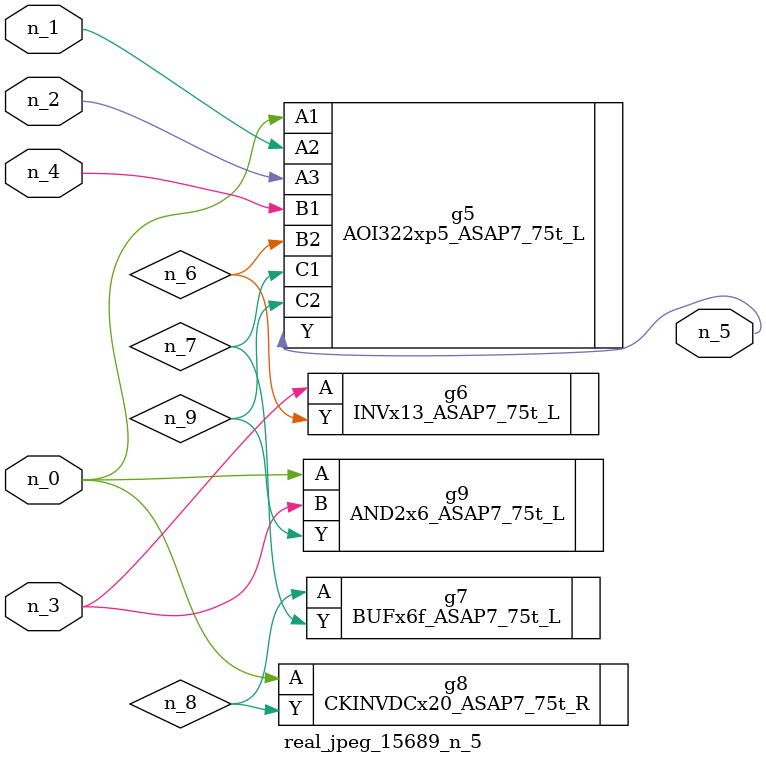
<source format=v>
module real_jpeg_15689_n_5 (n_4, n_0, n_1, n_2, n_3, n_5);

input n_4;
input n_0;
input n_1;
input n_2;
input n_3;

output n_5;

wire n_8;
wire n_6;
wire n_7;
wire n_9;

AOI322xp5_ASAP7_75t_L g5 ( 
.A1(n_0),
.A2(n_1),
.A3(n_2),
.B1(n_4),
.B2(n_6),
.C1(n_7),
.C2(n_9),
.Y(n_5)
);

CKINVDCx20_ASAP7_75t_R g8 ( 
.A(n_0),
.Y(n_8)
);

AND2x6_ASAP7_75t_L g9 ( 
.A(n_0),
.B(n_3),
.Y(n_9)
);

INVx13_ASAP7_75t_L g6 ( 
.A(n_3),
.Y(n_6)
);

BUFx6f_ASAP7_75t_L g7 ( 
.A(n_8),
.Y(n_7)
);


endmodule
</source>
